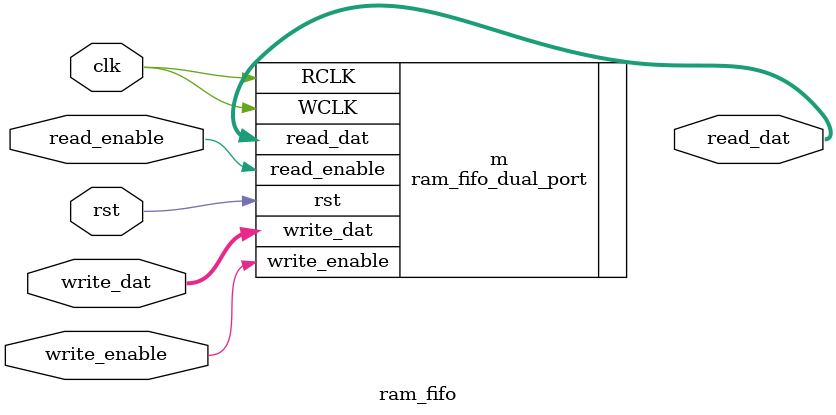
<source format=v>
module ram_fifo #(
	parameter DAT_WID = 24,
	parameter FIFO_DEPTH = 1500,
	parameter FIFO_DEPTH_WID = 11
) (
	input clk,
	input rst,

	input read_enable,
	input write_enable,

	input signed [DAT_WID-1:0] write_dat,
	output signed [DAT_WID-1:0] read_dat
);

ram_fifo_dual_port #(
	.DAT_WID(DAT_WID),
	.FIFO_DEPTH(FIFO_DEPTH),
	.FIFO_DEPTH_WID(FIFO_DEPTH_WID)
) m (
	.WCLK(clk),
	.RCLK(clk),
	.rst(rst),
	.read_enable(read_enable),
	.write_enable(write_enable),
	.write_dat(write_dat),
	.read_dat(read_dat)
);

endmodule

</source>
